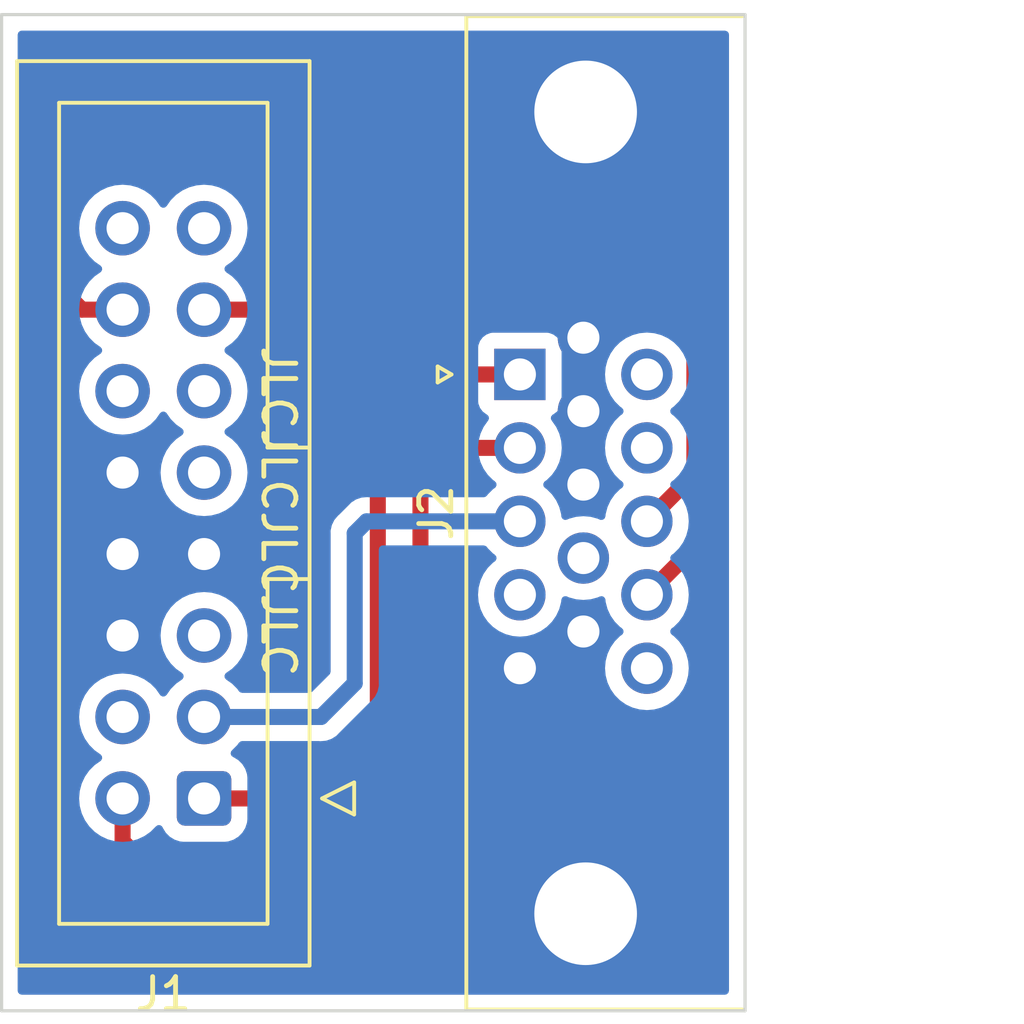
<source format=kicad_pcb>
(kicad_pcb (version 20210722) (generator pcbnew)
  (layers (0 "F.Cu" signal) (31 "B.Cu" signal) (34 "B.Paste" user) (35 "F.Paste" user) (36 "B.SilkS" user "B.Silkscreen") (37 "F.SilkS" user "F.Silkscreen") (38 "B.Mask" user) (39 "F.Mask" user) (44 "Edge.Cuts" user))
  (net 0 "")
  (net 1 "/NC")
  (net 2 "/VSYNC")
  (net 3 "/HSYNC")
  (net 4 "/GND")
  (net 5 "/BLUE")
  (net 6 "/GREEN")
  (net 7 "/RED")
  (net 8 "/{slash}C1")
  (footprint "Connector_Dsub:DSUB-15-HD_Female_Horizontal_P2.29x1.98mm_EdgePinOffset3.03mm_Housed_MountingHolesOffset4.94mm" (layer "F.Cu") (at 124.14 117.6 90)
    (fp_text reference "J2" (at -4.315 -2.61 90) (layer "F.SilkS"))
    (fp_text value " ")
    (fp_line (start -19.8 6.93) (end -19.8 -1.67) (layer "F.SilkS") (width 0.12))
    (fp_line (start -19.8 -1.67) (end 11.17 -1.67) (layer "F.SilkS") (width 0.12))
    (fp_line (start 11.17 -1.67) (end 11.17 6.93) (layer "F.SilkS") (width 0.12))
    (fp_line (start -0.25 -2.564338) (end 0.25 -2.564338) (layer "F.SilkS") (width 0.12))
    (fp_line (start 0 -2.131325) (end -0.25 -2.564338) (layer "F.SilkS") (width 0.12))
    (fp_line (start 0.25 -2.564338) (end 0 -2.131325) (layer "F.SilkS") (width 0.12))
    (pad "0" thru_hole circle locked (at 8.185 2.05 90) (size 4 4) (drill 3.2) (layers *.Cu *.Mask) (net 4 "/GND"))
    (pad "0" thru_hole circle locked (at -16.815 2.05 90) (size 4 4) (drill 3.2) (layers *.Cu *.Mask) (net 4 "/GND"))
    (pad "1" thru_hole rect locked (at 0 0 90) (size 1.6 1.6) (drill 1) (layers *.Cu *.Mask) (net 7 "/RED"))
    (pad "2" thru_hole circle locked (at -2.29 0 90) (size 1.6 1.6) (drill 1) (layers *.Cu *.Mask) (net 6 "/GREEN"))
    (pad "3" thru_hole circle locked (at -4.58 0 90) (size 1.6 1.6) (drill 1) (layers *.Cu *.Mask) (net 5 "/BLUE"))
    (pad "4" thru_hole circle locked (at -6.87 0 90) (size 1.6 1.6) (drill 1) (layers *.Cu *.Mask) (net 1 "/NC"))
    (pad "5" thru_hole circle locked (at -9.16 0 90) (size 1.6 1.6) (drill 1) (layers *.Cu *.Mask) (net 4 "/GND"))
    (pad "6" thru_hole circle locked (at 1.145 1.98 90) (size 1.6 1.6) (drill 1) (layers *.Cu *.Mask) (net 4 "/GND"))
    (pad "7" thru_hole circle locked (at -1.145 1.98 90) (size 1.6 1.6) (drill 1) (layers *.Cu *.Mask) (net 4 "/GND"))
    (pad "8" thru_hole circle locked (at -3.435 1.98 90) (size 1.6 1.6) (drill 1) (layers *.Cu *.Mask) (net 4 "/GND"))
    (pad "9" thru_hole circle locked (at -5.725 1.98 90) (size 1.6 1.6) (drill 1) (layers *.Cu *.Mask) (net 1 "/NC"))
    (pad "10" thru_hole circle locked (at -8.015 1.98 90) (size 1.6 1.6) (drill 1) (layers *.Cu *.Mask) (net 4 "/GND"))
    (pad "11" thru_hole circle locked (at 0 3.96 90) (size 1.6 1.6) (drill 1) (layers *.Cu *.Mask) (net 1 "/NC"))
    (pad "12" thru_hole circle locked (at -2.29 3.96 90) (size 1.6 1.6) (drill 1) (layers *.Cu *.Mask) (net 1 "/NC"))
    (pad "13" thru_hole circle locked (at -4.58 3.96 90) (size 1.6 1.6) (drill 1) (layers *.Cu *.Mask) (net 3 "/HSYNC"))
    (pad "14" thru_hole circle locked (at -6.87 3.96 90) (size 1.6 1.6) (drill 1) (layers *.Cu *.Mask) (net 2 "/VSYNC"))
    (pad "15" thru_hole circle locked (at -9.16 3.96 90) (size 1.6 1.6) (drill 1) (layers *.Cu *.Mask) (net 1 "/NC"))
  )
  (footprint "Connector_IDC:IDC-Header_2x08_P2.54mm_Vertical" (layer "F.Cu") (at 114.2925 130.82 180)
    (fp_text reference "J1" (at 1.27 -6.1) (layer "F.SilkS"))
    (fp_text value " ")
    (fp_line (start 5.83 22.99) (end -3.29 22.99) (layer "F.SilkS") (width 0.12))
    (fp_line (start 4.52 21.69) (end -1.98 21.69) (layer "F.SilkS") (width 0.12))
    (fp_line (start -1.98 -3.91) (end 4.52 -3.91) (layer "F.SilkS") (width 0.12))
    (fp_line (start -4.68 -0.5) (end -4.68 0.5) (layer "F.SilkS") (width 0.12))
    (fp_line (start -3.29 6.84) (end -1.98 6.84) (layer "F.SilkS") (width 0.12))
    (fp_line (start -4.68 0.5) (end -3.68 0) (layer "F.SilkS") (width 0.12))
    (fp_line (start 5.83 -5.21) (end 5.83 22.99) (layer "F.SilkS") (width 0.12))
    (fp_line (start 4.52 -3.91) (end 4.52 21.69) (layer "F.SilkS") (width 0.12))
    (fp_line (start -1.98 21.69) (end -1.98 10.94) (layer "F.SilkS") (width 0.12))
    (fp_line (start -1.98 10.94) (end -3.29 10.94) (layer "F.SilkS") (width 0.12))
    (fp_line (start -1.98 6.84) (end -1.98 -3.91) (layer "F.SilkS") (width 0.12))
    (fp_line (start -1.98 10.94) (end -1.98 10.94) (layer "F.SilkS") (width 0.12))
    (fp_line (start -3.29 22.99) (end -3.29 -5.21) (layer "F.SilkS") (width 0.12))
    (fp_line (start -3.29 -5.21) (end 5.83 -5.21) (layer "F.SilkS") (width 0.12))
    (fp_line (start -3.68 0) (end -4.68 -0.5) (layer "F.SilkS") (width 0.12))
    (pad "1" thru_hole roundrect locked (at 0 0 180) (size 1.7 1.7) (drill 1) (layers *.Cu *.Mask) (roundrect_rratio 0.1470588235) (net 7 "/RED"))
    (pad "2" thru_hole circle locked (at 2.54 0 180) (size 1.7 1.7) (drill 1) (layers *.Cu *.Mask) (net 6 "/GREEN"))
    (pad "3" thru_hole circle locked (at 0 2.54 180) (size 1.7 1.7) (drill 1) (layers *.Cu *.Mask) (net 5 "/BLUE"))
    (pad "4" thru_hole circle locked (at 2.54 2.54 180) (size 1.7 1.7) (drill 1) (layers *.Cu *.Mask) (net 1 "/NC"))
    (pad "5" thru_hole circle locked (at 0 5.08 180) (size 1.7 1.7) (drill 1) (layers *.Cu *.Mask) (net 1 "/NC"))
    (pad "6" thru_hole circle locked (at 2.54 5.08 180) (size 1.7 1.7) (drill 1) (layers *.Cu *.Mask) (net 4 "/GND"))
    (pad "7" thru_hole circle locked (at 0 7.62 180) (size 1.7 1.7) (drill 1) (layers *.Cu *.Mask) (net 4 "/GND"))
    (pad "8" thru_hole circle locked (at 2.54 7.62 180) (size 1.7 1.7) (drill 1) (layers *.Cu *.Mask) (net 4 "/GND"))
    (pad "9" thru_hole circle locked (at 0 10.16 180) (size 1.7 1.7) (drill 1) (layers *.Cu *.Mask) (net 1 "/NC"))
    (pad "10" thru_hole circle locked (at 2.54 10.16 180) (size 1.7 1.7) (drill 1) (layers *.Cu *.Mask) (net 4 "/GND"))
    (pad "11" thru_hole circle locked (at 0 12.7 180) (size 1.7 1.7) (drill 1) (layers *.Cu *.Mask) (net 1 "/NC"))
    (pad "12" thru_hole circle locked (at 2.54 12.7 180) (size 1.7 1.7) (drill 1) (layers *.Cu *.Mask) (net 1 "/NC"))
    (pad "13" thru_hole circle locked (at 0 15.24 180) (size 1.7 1.7) (drill 1) (layers *.Cu *.Mask) (net 3 "/HSYNC"))
    (pad "14" thru_hole circle locked (at 2.54 15.24 180) (size 1.7 1.7) (drill 1) (layers *.Cu *.Mask) (net 2 "/VSYNC"))
    (pad "15" thru_hole circle locked (at 0 17.78 180) (size 1.7 1.7) (drill 1) (layers *.Cu *.Mask) (net 1 "/NC"))
    (pad "16" thru_hole circle locked (at 2.54 17.78 180) (size 1.7 1.7) (drill 1) (layers *.Cu *.Mask) (net 8 "/{slash}C1"))
  )
  (footprint "Symbol:8mm fletch" (layer "B.Cu") (at 119.66 110.81 180)
    (fp_text reference " " (at 0 0) (layer "B.SilkS") (effects (font (size 1.524 1.524) (thickness 0.3)) (justify mirror)))
    (fp_text value "LOGO" hide)
  )
  (gr_line (start 131.16 137.44) (end 107.98 137.44) (layer "Edge.Cuts") (width 0.1))
  (gr_line (start 107.98 106.38) (end 131.16 106.38) (layer "Edge.Cuts") (width 0.1))
  (gr_line (start 107.98 137.44) (end 107.98 106.38) (layer "Edge.Cuts") (width 0.1))
  (gr_line (start 131.16 106.38) (end 131.16 137.44) (layer "Edge.Cuts") (width 0.1))
  (gr_text "JLCJLCJLCJLC" (at 116.61 121.87 -90) (layer "F.SilkS") (effects (font (size 1 1))))
  (segment (start 109.49 114.59) (end 109.49 111.16) (width 0.5) (layer "F.Cu") (net 2))
  (segment (start 111.7525 115.58) (end 110.48 115.58) (width 0.5) (layer "F.Cu") (net 2))
  (segment (start 121.43 110.39) (end 124.84048 113.80048) (width 0.5) (layer "F.Cu") (net 2))
  (segment (start 130.27952 122.29048) (end 128.1 124.47) (width 0.5) (layer "F.Cu") (net 2))
  (segment (start 110.26 110.39) (end 121.43 110.39) (width 0.5) (layer "F.Cu") (net 2))
  (segment (start 124.84048 113.80048) (end 128.749751 113.800481) (width 0.5) (layer "F.Cu") (net 2))
  (segment (start 109.49 111.16) (end 110.26 110.39) (width 0.5) (layer "F.Cu") (net 2))
  (segment (start 130.27952 115.33025) (end 130.27952 122.29048) (width 0.5) (layer "F.Cu") (net 2))
  (segment (start 110.48 115.58) (end 109.49 114.59) (width 0.5) (layer "F.Cu") (net 2))
  (segment (start 128.749751 113.800481) (end 130.27952 115.33025) (width 0.5) (layer "F.Cu") (net 2))
  (segment (start 124.27 114.5) (end 128.46 114.5) (width 0.5) (layer "F.Cu") (net 3))
  (segment (start 129.58 115.62) (end 129.58 120.7) (width 0.5) (layer "F.Cu") (net 3))
  (segment (start 114.2925 115.58) (end 123.19 115.58) (width 0.5) (layer "F.Cu") (net 3))
  (segment (start 128.46 114.5) (end 129.58 115.62) (width 0.5) (layer "F.Cu") (net 3))
  (segment (start 129.58 120.7) (end 128.1 122.18) (width 0.5) (layer "F.Cu") (net 3))
  (segment (start 123.19 115.58) (end 124.27 114.5) (width 0.5) (layer "F.Cu") (net 3))
  (segment (start 118.99 122.55) (end 119.36 122.18) (width 0.5) (layer "B.Cu") (net 5))
  (segment (start 119.36 122.18) (end 124.14 122.18) (width 0.5) (layer "B.Cu") (net 5))
  (segment (start 117.94 128.28) (end 118.99 127.23) (width 0.5) (layer "B.Cu") (net 5))
  (segment (start 118.99 127.23) (end 118.99 122.55) (width 0.5) (layer "B.Cu") (net 5))
  (segment (start 114.2925 128.28) (end 117.94 128.28) (width 0.5) (layer "B.Cu") (net 5))
  (segment (start 121.04 120.45) (end 121.6 119.89) (width 0.5) (layer "F.Cu") (net 6))
  (segment (start 111.7525 130.82) (end 111.7525 132.1625) (width 0.5) (layer "F.Cu") (net 6))
  (segment (start 117.95 133.13) (end 121.04 130.04) (width 0.5) (layer "F.Cu") (net 6))
  (segment (start 112.72 133.13) (end 117.95 133.13) (width 0.5) (layer "F.Cu") (net 6))
  (segment (start 121.6 119.89) (end 124.14 119.89) (width 0.5) (layer "F.Cu") (net 6))
  (segment (start 121.04 130.04) (end 121.04 120.45) (width 0.5) (layer "F.Cu") (net 6))
  (segment (start 111.7525 132.1625) (end 112.72 133.13) (width 0.5) (layer "F.Cu") (net 6))
  (segment (start 114.2925 130.82) (end 118.04 130.82) (width 0.5) (layer "F.Cu") (net 7))
  (segment (start 118.04 130.82) (end 119.71 129.15) (width 0.5) (layer "F.Cu") (net 7))
  (segment (start 120.76 117.6) (end 124.14 117.6) (width 0.5) (layer "F.Cu") (net 7))
  (segment (start 119.71 118.65) (end 120.76 117.6) (width 0.5) (layer "F.Cu") (net 7))
  (segment (start 119.71 129.15) (end 119.71 118.65) (width 0.5) (layer "F.Cu") (net 7))
  (zone (net 4) (net_name "/GND") (layer "B.Cu") (connect_pads yes (clearance 0.5)) (min_thickness 0.254) (fill yes (thermal_gap 0.508) (thermal_bridge_width 0.508))
    (polygon (pts (xy 131.08 137.33) (xy 108.1 137.33) (xy 108.1 106.48) (xy 131.08 106.48)))
  )
)
</source>
